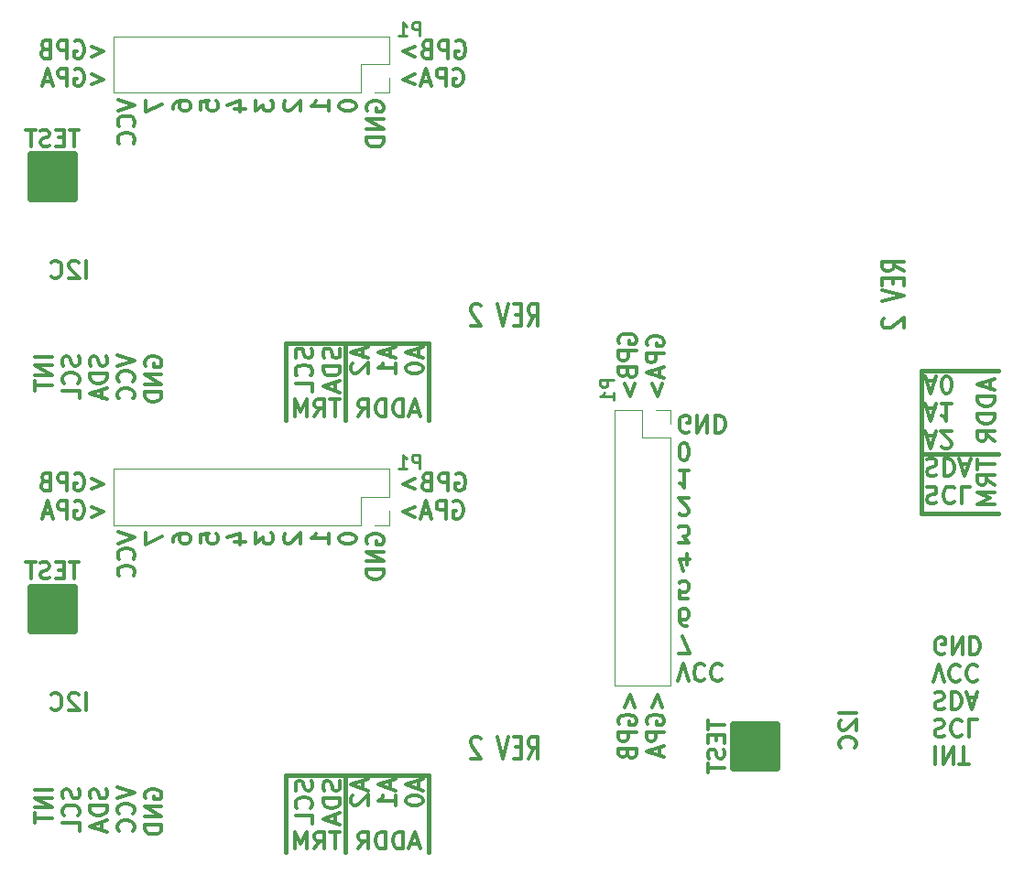
<source format=gbo>
%MOIN*%
%OFA0B0*%
%FSLAX46Y46*%
%IPPOS*%
%LPD*%
%ADD10C,0.015000000000000001*%
%ADD11C,0.012000000000000002*%
%ADD12C,0.01*%
%ADD13C,0.025590551181102365*%
%ADD14C,0.0047244094488188976*%
%ADD25C,0.015000000000000001*%
%ADD26C,0.012000000000000002*%
%ADD27C,0.01*%
%ADD28C,0.025590551181102365*%
%ADD29C,0.0047244094488188976*%
%ADD30C,0.015000000000000001*%
%ADD31C,0.012000000000000002*%
%ADD32C,0.01*%
%ADD33C,0.025590551181102365*%
%ADD34C,0.0047244094488188976*%
G01*
D10*
X0001290000Y0000296062D02*
X0001810000Y0000296062D01*
X0001810000Y0000296062D02*
X0001810000Y0000016062D01*
X0001505000Y0000296062D02*
X0001505000Y0000016062D01*
X0001290000Y0000296062D02*
X0001290000Y0000016062D01*
D11*
X0001773466Y0000045646D02*
X0001743228Y0000045646D01*
X0001779514Y0000027789D02*
X0001758347Y0000090289D01*
X0001737180Y0000027789D01*
X0001716014Y0000027789D02*
X0001716014Y0000090289D01*
X0001700895Y0000090289D01*
X0001691823Y0000087312D01*
X0001685776Y0000081360D01*
X0001682752Y0000075408D01*
X0001679728Y0000063503D01*
X0001679728Y0000054574D01*
X0001682752Y0000042670D01*
X0001685776Y0000036717D01*
X0001691823Y0000030765D01*
X0001700895Y0000027789D01*
X0001716014Y0000027789D01*
X0001652514Y0000027789D02*
X0001652514Y0000090289D01*
X0001637395Y0000090289D01*
X0001628323Y0000087312D01*
X0001622276Y0000081360D01*
X0001619252Y0000075408D01*
X0001616228Y0000063503D01*
X0001616228Y0000054574D01*
X0001619252Y0000042670D01*
X0001622276Y0000036717D01*
X0001628323Y0000030765D01*
X0001637395Y0000027789D01*
X0001652514Y0000027789D01*
X0001552728Y0000027789D02*
X0001573895Y0000057551D01*
X0001589014Y0000027789D02*
X0001589014Y0000090289D01*
X0001564823Y0000090289D01*
X0001558776Y0000087312D01*
X0001555752Y0000084336D01*
X0001552728Y0000078384D01*
X0001552728Y0000069455D01*
X0001555752Y0000063503D01*
X0001558776Y0000060527D01*
X0001564823Y0000057551D01*
X0001589014Y0000057551D01*
X0001486204Y0000090289D02*
X0001449919Y0000090289D01*
X0001468061Y0000027789D02*
X0001468061Y0000090289D01*
X0001392466Y0000027789D02*
X0001413633Y0000057551D01*
X0001428752Y0000027789D02*
X0001428752Y0000090289D01*
X0001404561Y0000090289D01*
X0001398514Y0000087312D01*
X0001395490Y0000084336D01*
X0001392466Y0000078384D01*
X0001392466Y0000069455D01*
X0001395490Y0000063503D01*
X0001398514Y0000060527D01*
X0001404561Y0000057551D01*
X0001428752Y0000057551D01*
X0001365252Y0000027789D02*
X0001365252Y0000090289D01*
X0001344085Y0000045646D01*
X0001322919Y0000090289D01*
X0001322919Y0000027789D01*
X0000677961Y0001182310D02*
X0000740461Y0001161477D01*
X0000677961Y0001140643D01*
X0000734508Y0001084096D02*
X0000737485Y0001087072D01*
X0000740461Y0001096001D01*
X0000740461Y0001101953D01*
X0000737485Y0001110882D01*
X0000731532Y0001116834D01*
X0000725580Y0001119810D01*
X0000713675Y0001122786D01*
X0000704747Y0001122786D01*
X0000692842Y0001119810D01*
X0000686889Y0001116834D01*
X0000680937Y0001110882D01*
X0000677961Y0001101953D01*
X0000677961Y0001096001D01*
X0000680937Y0001087072D01*
X0000683913Y0001084096D01*
X0000734508Y0001021596D02*
X0000737485Y0001024572D01*
X0000740461Y0001033501D01*
X0000740461Y0001039453D01*
X0000737485Y0001048382D01*
X0000731532Y0001054334D01*
X0000725580Y0001057310D01*
X0000713675Y0001060286D01*
X0000704747Y0001060286D01*
X0000692842Y0001057310D01*
X0000686889Y0001054334D01*
X0000680937Y0001048382D01*
X0000677961Y0001039453D01*
X0000677961Y0001033501D01*
X0000680937Y0001024572D01*
X0000683913Y0001021596D01*
X0000778586Y0001179334D02*
X0000778586Y0001137667D01*
X0000841086Y0001164453D01*
X0000879211Y0001146596D02*
X0000879211Y0001158501D01*
X0000882187Y0001164453D01*
X0000885163Y0001167429D01*
X0000894092Y0001173382D01*
X0000905997Y0001176358D01*
X0000929806Y0001176358D01*
X0000935758Y0001173382D01*
X0000938735Y0001170405D01*
X0000941711Y0001164453D01*
X0000941711Y0001152548D01*
X0000938735Y0001146596D01*
X0000935758Y0001143620D01*
X0000929806Y0001140643D01*
X0000914925Y0001140643D01*
X0000908973Y0001143620D01*
X0000905997Y0001146596D01*
X0000903020Y0001152548D01*
X0000903020Y0001164453D01*
X0000905997Y0001170405D01*
X0000908973Y0001173382D01*
X0000914925Y0001176358D01*
X0000979836Y0001143620D02*
X0000979836Y0001173382D01*
X0001009598Y0001176358D01*
X0001006622Y0001173382D01*
X0001003645Y0001167429D01*
X0001003645Y0001152548D01*
X0001006622Y0001146596D01*
X0001009598Y0001143620D01*
X0001015550Y0001140643D01*
X0001030431Y0001140643D01*
X0001036383Y0001143620D01*
X0001039360Y0001146596D01*
X0001042336Y0001152548D01*
X0001042336Y0001167429D01*
X0001039360Y0001173382D01*
X0001036383Y0001176358D01*
X0001101294Y0001146596D02*
X0001142961Y0001146596D01*
X0001077485Y0001161477D02*
X0001122127Y0001176358D01*
X0001122127Y0001137667D01*
X0001181086Y0001179334D02*
X0001181086Y0001140643D01*
X0001204895Y0001161477D01*
X0001204895Y0001152548D01*
X0001207872Y0001146596D01*
X0001210848Y0001143620D01*
X0001216800Y0001140643D01*
X0001231681Y0001140643D01*
X0001237633Y0001143620D01*
X0001240610Y0001146596D01*
X0001243586Y0001152548D01*
X0001243586Y0001170405D01*
X0001240610Y0001176358D01*
X0001237633Y0001179334D01*
X0001287663Y0001176358D02*
X0001284687Y0001173382D01*
X0001281711Y0001167429D01*
X0001281711Y0001152548D01*
X0001284687Y0001146596D01*
X0001287663Y0001143620D01*
X0001293616Y0001140643D01*
X0001299568Y0001140643D01*
X0001308497Y0001143620D01*
X0001344211Y0001179334D01*
X0001344211Y0001140643D01*
X0001444836Y0001140643D02*
X0001444836Y0001176358D01*
X0001444836Y0001158501D02*
X0001382336Y0001158501D01*
X0001391264Y0001164453D01*
X0001397217Y0001170405D01*
X0001400193Y0001176358D01*
X0001482961Y0001161477D02*
X0001482961Y0001155524D01*
X0001485937Y0001149572D01*
X0001488913Y0001146596D01*
X0001494866Y0001143620D01*
X0001506770Y0001140643D01*
X0001521651Y0001140643D01*
X0001533556Y0001143620D01*
X0001539508Y0001146596D01*
X0001542485Y0001149572D01*
X0001545461Y0001155524D01*
X0001545461Y0001161477D01*
X0001542485Y0001167429D01*
X0001539508Y0001170405D01*
X0001533556Y0001173382D01*
X0001521651Y0001176358D01*
X0001506770Y0001176358D01*
X0001494866Y0001173382D01*
X0001488913Y0001170405D01*
X0001485937Y0001167429D01*
X0001482961Y0001161477D01*
X0001586562Y0001140643D02*
X0001583586Y0001146596D01*
X0001583586Y0001155524D01*
X0001586562Y0001164453D01*
X0001592514Y0001170405D01*
X0001598467Y0001173382D01*
X0001610372Y0001176358D01*
X0001619300Y0001176358D01*
X0001631205Y0001173382D01*
X0001637157Y0001170405D01*
X0001643110Y0001164453D01*
X0001646086Y0001155524D01*
X0001646086Y0001149572D01*
X0001643110Y0001140643D01*
X0001640133Y0001137667D01*
X0001619300Y0001137667D01*
X0001619300Y0001149572D01*
X0001646086Y0001110882D02*
X0001583586Y0001110882D01*
X0001646086Y0001075167D01*
X0001583586Y0001075167D01*
X0001646086Y0001045405D02*
X0001583586Y0001045405D01*
X0001583586Y0001030524D01*
X0001586562Y0001021596D01*
X0001592514Y0001015643D01*
X0001598467Y0001012667D01*
X0001610372Y0001009691D01*
X0001619300Y0001009691D01*
X0001631205Y0001012667D01*
X0001637157Y0001015643D01*
X0001643110Y0001021596D01*
X0001646086Y0001030524D01*
X0001646086Y0001045405D01*
X0001909284Y0001393523D02*
X0001914999Y0001396618D01*
X0001923570Y0001396618D01*
X0001932141Y0001393523D01*
X0001937856Y0001387333D01*
X0001940713Y0001381142D01*
X0001943570Y0001368761D01*
X0001943570Y0001359476D01*
X0001940713Y0001347095D01*
X0001937856Y0001340904D01*
X0001932141Y0001334714D01*
X0001923570Y0001331618D01*
X0001917856Y0001331618D01*
X0001909284Y0001334714D01*
X0001906427Y0001337809D01*
X0001906427Y0001359476D01*
X0001917856Y0001359476D01*
X0001880713Y0001331618D02*
X0001880713Y0001396618D01*
X0001857856Y0001396618D01*
X0001852141Y0001393523D01*
X0001849284Y0001390428D01*
X0001846427Y0001384237D01*
X0001846427Y0001374952D01*
X0001849284Y0001368761D01*
X0001852141Y0001365666D01*
X0001857856Y0001362571D01*
X0001880713Y0001362571D01*
X0001800713Y0001365666D02*
X0001792141Y0001362571D01*
X0001789284Y0001359476D01*
X0001786427Y0001353285D01*
X0001786427Y0001343999D01*
X0001789284Y0001337809D01*
X0001792141Y0001334714D01*
X0001797856Y0001331618D01*
X0001820713Y0001331618D01*
X0001820713Y0001396618D01*
X0001800713Y0001396618D01*
X0001794999Y0001393523D01*
X0001792141Y0001390428D01*
X0001789284Y0001384237D01*
X0001789284Y0001378047D01*
X0001792141Y0001371856D01*
X0001794999Y0001368761D01*
X0001800713Y0001365666D01*
X0001820713Y0001365666D01*
X0001760713Y0001374952D02*
X0001714999Y0001356380D01*
X0001760713Y0001337809D01*
X0001384047Y0000276167D02*
X0001387023Y0000267096D01*
X0001387023Y0000251977D01*
X0001384047Y0000245929D01*
X0001381071Y0000242905D01*
X0001375119Y0000239882D01*
X0001369166Y0000239882D01*
X0001363214Y0000242905D01*
X0001360238Y0000245929D01*
X0001357261Y0000251977D01*
X0001354285Y0000264072D01*
X0001351309Y0000270120D01*
X0001348333Y0000273143D01*
X0001342380Y0000276167D01*
X0001336428Y0000276167D01*
X0001330476Y0000273143D01*
X0001327500Y0000270120D01*
X0001324523Y0000264072D01*
X0001324523Y0000248953D01*
X0001327500Y0000239882D01*
X0001381071Y0000176382D02*
X0001384047Y0000179405D01*
X0001387023Y0000188477D01*
X0001387023Y0000194524D01*
X0001384047Y0000203596D01*
X0001378095Y0000209643D01*
X0001372142Y0000212667D01*
X0001360238Y0000215691D01*
X0001351309Y0000215691D01*
X0001339404Y0000212667D01*
X0001333452Y0000209643D01*
X0001327500Y0000203596D01*
X0001324523Y0000194524D01*
X0001324523Y0000188477D01*
X0001327500Y0000179405D01*
X0001330476Y0000176382D01*
X0001387023Y0000118929D02*
X0001387023Y0000149167D01*
X0001324523Y0000149167D01*
X0001484672Y0000276167D02*
X0001487648Y0000267096D01*
X0001487648Y0000251977D01*
X0001484672Y0000245929D01*
X0001481696Y0000242905D01*
X0001475744Y0000239882D01*
X0001469791Y0000239882D01*
X0001463839Y0000242905D01*
X0001460863Y0000245929D01*
X0001457886Y0000251977D01*
X0001454910Y0000264072D01*
X0001451934Y0000270120D01*
X0001448958Y0000273143D01*
X0001443005Y0000276167D01*
X0001437053Y0000276167D01*
X0001431101Y0000273143D01*
X0001428125Y0000270120D01*
X0001425148Y0000264072D01*
X0001425148Y0000248953D01*
X0001428125Y0000239882D01*
X0001487648Y0000212667D02*
X0001425148Y0000212667D01*
X0001425148Y0000197548D01*
X0001428125Y0000188477D01*
X0001434077Y0000182429D01*
X0001440029Y0000179405D01*
X0001451934Y0000176382D01*
X0001460863Y0000176382D01*
X0001472767Y0000179405D01*
X0001478720Y0000182429D01*
X0001484672Y0000188477D01*
X0001487648Y0000197548D01*
X0001487648Y0000212667D01*
X0001469791Y0000152191D02*
X0001469791Y0000121953D01*
X0001487648Y0000158239D02*
X0001425148Y0000137072D01*
X0001487648Y0000115905D01*
X0001570416Y0000276167D02*
X0001570416Y0000245929D01*
X0001588273Y0000282215D02*
X0001525773Y0000261048D01*
X0001588273Y0000239882D01*
X0001531726Y0000221739D02*
X0001528750Y0000218715D01*
X0001525773Y0000212667D01*
X0001525773Y0000197548D01*
X0001528750Y0000191501D01*
X0001531726Y0000188477D01*
X0001537678Y0000185453D01*
X0001543630Y0000185453D01*
X0001552559Y0000188477D01*
X0001588273Y0000224762D01*
X0001588273Y0000185453D01*
X0001671041Y0000276167D02*
X0001671041Y0000245929D01*
X0001688898Y0000282215D02*
X0001626398Y0000261048D01*
X0001688898Y0000239882D01*
X0001688898Y0000185453D02*
X0001688898Y0000221739D01*
X0001688898Y0000203596D02*
X0001626398Y0000203596D01*
X0001635327Y0000209643D01*
X0001641279Y0000215691D01*
X0001644255Y0000221739D01*
X0001771666Y0000276167D02*
X0001771666Y0000245929D01*
X0001789523Y0000282215D02*
X0001727023Y0000261048D01*
X0001789523Y0000239882D01*
X0001727023Y0000206620D02*
X0001727023Y0000200572D01*
X0001730000Y0000194524D01*
X0001732976Y0000191501D01*
X0001738928Y0000188477D01*
X0001750833Y0000185453D01*
X0001765714Y0000185453D01*
X0001777619Y0000188477D01*
X0001783571Y0000191501D01*
X0001786547Y0000194524D01*
X0001789523Y0000200572D01*
X0001789523Y0000206620D01*
X0001786547Y0000212667D01*
X0001783571Y0000215691D01*
X0001777619Y0000218715D01*
X0001765714Y0000221739D01*
X0001750833Y0000221739D01*
X0001738928Y0000218715D01*
X0001732976Y0000215691D01*
X0001730000Y0000212667D01*
X0001727023Y0000206620D01*
X0000438407Y0000243501D02*
X0000376407Y0000243501D01*
X0000438407Y0000213977D02*
X0000376407Y0000213977D01*
X0000438407Y0000178548D01*
X0000376407Y0000178548D01*
X0000376407Y0000157882D02*
X0000376407Y0000122453D01*
X0000438407Y0000140167D02*
X0000376407Y0000140167D01*
X0000535275Y0000246453D02*
X0000538227Y0000237596D01*
X0000538227Y0000222834D01*
X0000535275Y0000216929D01*
X0000532322Y0000213977D01*
X0000526418Y0000211024D01*
X0000520513Y0000211024D01*
X0000514608Y0000213977D01*
X0000511656Y0000216929D01*
X0000508703Y0000222834D01*
X0000505751Y0000234643D01*
X0000502799Y0000240548D01*
X0000499846Y0000243501D01*
X0000493941Y0000246453D01*
X0000488037Y0000246453D01*
X0000482132Y0000243501D01*
X0000479180Y0000240548D01*
X0000476227Y0000234643D01*
X0000476227Y0000219882D01*
X0000479180Y0000211024D01*
X0000532322Y0000149024D02*
X0000535275Y0000151977D01*
X0000538227Y0000160834D01*
X0000538227Y0000166739D01*
X0000535275Y0000175596D01*
X0000529370Y0000181501D01*
X0000523465Y0000184453D01*
X0000511656Y0000187405D01*
X0000502799Y0000187405D01*
X0000490989Y0000184453D01*
X0000485084Y0000181501D01*
X0000479180Y0000175596D01*
X0000476227Y0000166739D01*
X0000476227Y0000160834D01*
X0000479180Y0000151977D01*
X0000482132Y0000149024D01*
X0000538227Y0000092929D02*
X0000538227Y0000122453D01*
X0000476227Y0000122453D01*
X0000635095Y0000246453D02*
X0000638047Y0000237596D01*
X0000638047Y0000222834D01*
X0000635095Y0000216929D01*
X0000632142Y0000213977D01*
X0000626238Y0000211024D01*
X0000620333Y0000211024D01*
X0000614428Y0000213977D01*
X0000611476Y0000216929D01*
X0000608523Y0000222834D01*
X0000605571Y0000234643D01*
X0000602619Y0000240548D01*
X0000599666Y0000243501D01*
X0000593761Y0000246453D01*
X0000587857Y0000246453D01*
X0000581952Y0000243501D01*
X0000579000Y0000240548D01*
X0000576047Y0000234643D01*
X0000576047Y0000219882D01*
X0000579000Y0000211024D01*
X0000638047Y0000184453D02*
X0000576047Y0000184453D01*
X0000576047Y0000169691D01*
X0000579000Y0000160834D01*
X0000584904Y0000154929D01*
X0000590809Y0000151977D01*
X0000602619Y0000149024D01*
X0000611476Y0000149024D01*
X0000623285Y0000151977D01*
X0000629190Y0000154929D01*
X0000635095Y0000160834D01*
X0000638047Y0000169691D01*
X0000638047Y0000184453D01*
X0000620333Y0000125405D02*
X0000620333Y0000095882D01*
X0000638047Y0000131310D02*
X0000576047Y0000110643D01*
X0000638047Y0000089977D01*
X0000675867Y0000252358D02*
X0000737867Y0000231691D01*
X0000675867Y0000211024D01*
X0000731962Y0000154929D02*
X0000734915Y0000157882D01*
X0000737867Y0000166739D01*
X0000737867Y0000172643D01*
X0000734915Y0000181501D01*
X0000729010Y0000187405D01*
X0000723105Y0000190358D01*
X0000711296Y0000193310D01*
X0000702439Y0000193310D01*
X0000690629Y0000190358D01*
X0000684724Y0000187405D01*
X0000678820Y0000181501D01*
X0000675867Y0000172643D01*
X0000675867Y0000166739D01*
X0000678820Y0000157882D01*
X0000681772Y0000154929D01*
X0000731962Y0000092929D02*
X0000734915Y0000095882D01*
X0000737867Y0000104739D01*
X0000737867Y0000110643D01*
X0000734915Y0000119501D01*
X0000729010Y0000125405D01*
X0000723105Y0000128358D01*
X0000711296Y0000131310D01*
X0000702439Y0000131310D01*
X0000690629Y0000128358D01*
X0000684724Y0000125405D01*
X0000678820Y0000119501D01*
X0000675867Y0000110643D01*
X0000675867Y0000104739D01*
X0000678820Y0000095882D01*
X0000681772Y0000092929D01*
X0000778640Y0000211024D02*
X0000775687Y0000216929D01*
X0000775687Y0000225786D01*
X0000778640Y0000234643D01*
X0000784544Y0000240548D01*
X0000790449Y0000243501D01*
X0000802259Y0000246453D01*
X0000811116Y0000246453D01*
X0000822925Y0000243501D01*
X0000828830Y0000240548D01*
X0000834735Y0000234643D01*
X0000837687Y0000225786D01*
X0000837687Y0000219882D01*
X0000834735Y0000211024D01*
X0000831782Y0000208072D01*
X0000811116Y0000208072D01*
X0000811116Y0000219882D01*
X0000837687Y0000181501D02*
X0000775687Y0000181501D01*
X0000837687Y0000146072D01*
X0000775687Y0000146072D01*
X0000837687Y0000116548D02*
X0000775687Y0000116548D01*
X0000775687Y0000101786D01*
X0000778640Y0000092929D01*
X0000784544Y0000087024D01*
X0000790449Y0000084072D01*
X0000802259Y0000081120D01*
X0000811116Y0000081120D01*
X0000822925Y0000084072D01*
X0000828830Y0000087024D01*
X0000834735Y0000092929D01*
X0000837687Y0000101786D01*
X0000837687Y0000116548D01*
X0002172328Y0000357510D02*
X0002192328Y0000395605D01*
X0002206614Y0000357510D02*
X0002206614Y0000437510D01*
X0002183757Y0000437510D01*
X0002178042Y0000433700D01*
X0002175185Y0000429891D01*
X0002172328Y0000422272D01*
X0002172328Y0000410843D01*
X0002175185Y0000403224D01*
X0002178042Y0000399415D01*
X0002183757Y0000395605D01*
X0002206614Y0000395605D01*
X0002146614Y0000399415D02*
X0002126614Y0000399415D01*
X0002118042Y0000357510D02*
X0002146614Y0000357510D01*
X0002146614Y0000437510D01*
X0002118042Y0000437510D01*
X0002100899Y0000437510D02*
X0002080899Y0000357510D01*
X0002060899Y0000437510D01*
X0001998042Y0000429891D02*
X0001995185Y0000433700D01*
X0001989471Y0000437510D01*
X0001975185Y0000437510D01*
X0001969471Y0000433700D01*
X0001966614Y0000429891D01*
X0001963757Y0000422272D01*
X0001963757Y0000414653D01*
X0001966614Y0000403224D01*
X0002000899Y0000357510D01*
X0001963757Y0000357510D01*
X0000581806Y0001273771D02*
X0000627520Y0001255199D01*
X0000581806Y0001236628D01*
X0000521806Y0001292342D02*
X0000527520Y0001295437D01*
X0000536092Y0001295437D01*
X0000544663Y0001292342D01*
X0000550377Y0001286152D01*
X0000553234Y0001279961D01*
X0000556092Y0001267580D01*
X0000556092Y0001258294D01*
X0000553234Y0001245913D01*
X0000550377Y0001239723D01*
X0000544663Y0001233533D01*
X0000536092Y0001230437D01*
X0000530377Y0001230437D01*
X0000521806Y0001233533D01*
X0000518949Y0001236628D01*
X0000518949Y0001258294D01*
X0000530377Y0001258294D01*
X0000493234Y0001230437D02*
X0000493234Y0001295437D01*
X0000470377Y0001295437D01*
X0000464663Y0001292342D01*
X0000461806Y0001289247D01*
X0000458949Y0001283056D01*
X0000458949Y0001273771D01*
X0000461806Y0001267580D01*
X0000464663Y0001264485D01*
X0000470377Y0001261390D01*
X0000493234Y0001261390D01*
X0000436092Y0001249009D02*
X0000407520Y0001249009D01*
X0000441806Y0001230437D02*
X0000421806Y0001295437D01*
X0000401806Y0001230437D01*
X0001900713Y0001292342D02*
X0001906427Y0001295437D01*
X0001914999Y0001295437D01*
X0001923570Y0001292342D01*
X0001929284Y0001286152D01*
X0001932141Y0001279961D01*
X0001934999Y0001267580D01*
X0001934999Y0001258294D01*
X0001932141Y0001245913D01*
X0001929284Y0001239723D01*
X0001923570Y0001233533D01*
X0001914999Y0001230437D01*
X0001909284Y0001230437D01*
X0001900713Y0001233533D01*
X0001897856Y0001236628D01*
X0001897856Y0001258294D01*
X0001909284Y0001258294D01*
X0001872141Y0001230437D02*
X0001872141Y0001295437D01*
X0001849284Y0001295437D01*
X0001843570Y0001292342D01*
X0001840713Y0001289247D01*
X0001837856Y0001283056D01*
X0001837856Y0001273771D01*
X0001840713Y0001267580D01*
X0001843570Y0001264485D01*
X0001849284Y0001261390D01*
X0001872141Y0001261390D01*
X0001814999Y0001249009D02*
X0001786427Y0001249009D01*
X0001820713Y0001230437D02*
X0001800713Y0001295437D01*
X0001780713Y0001230437D01*
X0001760713Y0001273771D02*
X0001714999Y0001255199D01*
X0001760713Y0001236628D01*
X0000562080Y0000532789D02*
X0000562080Y0000595289D01*
X0000534866Y0000589336D02*
X0000531842Y0000592312D01*
X0000525795Y0000595289D01*
X0000510676Y0000595289D01*
X0000504628Y0000592312D01*
X0000501604Y0000589336D01*
X0000498580Y0000583384D01*
X0000498580Y0000577432D01*
X0000501604Y0000568503D01*
X0000537890Y0000532789D01*
X0000498580Y0000532789D01*
X0000435080Y0000538741D02*
X0000438104Y0000535765D01*
X0000447176Y0000532789D01*
X0000453223Y0000532789D01*
X0000462295Y0000535765D01*
X0000468342Y0000541717D01*
X0000471366Y0000547670D01*
X0000474390Y0000559574D01*
X0000474390Y0000568503D01*
X0000471366Y0000580408D01*
X0000468342Y0000586360D01*
X0000462295Y0000592312D01*
X0000453223Y0000595289D01*
X0000447176Y0000595289D01*
X0000438104Y0000592312D01*
X0000435080Y0000589336D01*
X0000581806Y0001374991D02*
X0000627520Y0001356420D01*
X0000581806Y0001337848D01*
X0000521806Y0001393562D02*
X0000527520Y0001396658D01*
X0000536092Y0001396658D01*
X0000544663Y0001393562D01*
X0000550377Y0001387372D01*
X0000553234Y0001381182D01*
X0000556092Y0001368801D01*
X0000556092Y0001359515D01*
X0000553234Y0001347134D01*
X0000550377Y0001340943D01*
X0000544663Y0001334753D01*
X0000536092Y0001331658D01*
X0000530377Y0001331658D01*
X0000521806Y0001334753D01*
X0000518949Y0001337848D01*
X0000518949Y0001359515D01*
X0000530377Y0001359515D01*
X0000493234Y0001331658D02*
X0000493234Y0001396658D01*
X0000470377Y0001396658D01*
X0000464663Y0001393562D01*
X0000461806Y0001390467D01*
X0000458949Y0001384277D01*
X0000458949Y0001374991D01*
X0000461806Y0001368801D01*
X0000464663Y0001365705D01*
X0000470377Y0001362610D01*
X0000493234Y0001362610D01*
X0000413234Y0001365705D02*
X0000404663Y0001362610D01*
X0000401806Y0001359515D01*
X0000398949Y0001353324D01*
X0000398949Y0001344039D01*
X0000401806Y0001337848D01*
X0000404663Y0001334753D01*
X0000410377Y0001331658D01*
X0000433234Y0001331658D01*
X0000433234Y0001396658D01*
X0000413234Y0001396658D01*
X0000407520Y0001393562D01*
X0000404663Y0001390467D01*
X0000401806Y0001384277D01*
X0000401806Y0001378086D01*
X0000404663Y0001371896D01*
X0000407520Y0001368801D01*
X0000413234Y0001365705D01*
X0000433234Y0001365705D01*
X0000535714Y0001071715D02*
X0000501428Y0001071715D01*
X0000518571Y0001011715D02*
X0000518571Y0001071715D01*
X0000481428Y0001043144D02*
X0000461428Y0001043144D01*
X0000452857Y0001011715D02*
X0000481428Y0001011715D01*
X0000481428Y0001071715D01*
X0000452857Y0001071715D01*
X0000430000Y0001014572D02*
X0000421428Y0001011715D01*
X0000407142Y0001011715D01*
X0000401428Y0001014572D01*
X0000398571Y0001017429D01*
X0000395714Y0001023144D01*
X0000395714Y0001028858D01*
X0000398571Y0001034572D01*
X0000401428Y0001037429D01*
X0000407142Y0001040286D01*
X0000418571Y0001043144D01*
X0000424285Y0001046001D01*
X0000427142Y0001048858D01*
X0000430000Y0001054572D01*
X0000430000Y0001060286D01*
X0000427142Y0001066001D01*
X0000424285Y0001068858D01*
X0000418571Y0001071715D01*
X0000404285Y0001071715D01*
X0000395714Y0001068858D01*
X0000378571Y0001071715D02*
X0000344285Y0001071715D01*
X0000361428Y0001011715D02*
X0000361428Y0001071715D01*
D12*
X0001776904Y0001413443D02*
X0001776904Y0001463443D01*
X0001757857Y0001463443D01*
X0001753095Y0001461062D01*
X0001750714Y0001458682D01*
X0001748333Y0001453920D01*
X0001748333Y0001446777D01*
X0001750714Y0001442015D01*
X0001753095Y0001439634D01*
X0001757857Y0001437253D01*
X0001776904Y0001437253D01*
X0001700714Y0001413443D02*
X0001729285Y0001413443D01*
X0001715000Y0001413443D02*
X0001715000Y0001463443D01*
X0001719761Y0001456301D01*
X0001724523Y0001451539D01*
X0001729285Y0001449158D01*
D13*
X0000361259Y0000979803D02*
X0000361259Y0000960118D01*
X0000361259Y0000940433D02*
X0000361259Y0000920748D01*
X0000361259Y0000842007D02*
X0000518740Y0000842007D01*
X0000518740Y0000881377D02*
X0000518740Y0000861692D01*
X0000361259Y0000960118D02*
X0000518740Y0000960118D01*
X0000518740Y0000960118D02*
X0000518740Y0000940433D01*
X0000518740Y0000940433D02*
X0000361259Y0000940433D01*
X0000361259Y0000861692D02*
X0000361259Y0000842007D01*
X0000361259Y0000822322D02*
X0000361259Y0000979803D01*
X0000518740Y0000901062D02*
X0000361259Y0000901062D01*
X0000499055Y0000881377D02*
X0000518740Y0000881377D01*
X0000361259Y0000881377D02*
X0000499055Y0000881377D01*
X0000518740Y0000861692D02*
X0000361259Y0000861692D01*
X0000361259Y0000979803D02*
X0000518740Y0000979803D01*
X0000361259Y0000920748D02*
X0000518740Y0000920748D01*
X0000518740Y0000822322D02*
X0000361259Y0000822322D01*
X0000518740Y0000920748D02*
X0000518740Y0000901062D01*
X0000518740Y0000979803D02*
X0000518740Y0000822322D01*
X0000361259Y0000901062D02*
X0000361259Y0000881377D01*
D14*
X0001614173Y0001207480D02*
X0001666535Y0001207480D01*
X0001564173Y0001207480D02*
X0000661811Y0001207480D01*
X0001564173Y0001207480D02*
X0001564173Y0001309842D01*
X0001564173Y0001309842D02*
X0001666535Y0001309842D01*
X0001666535Y0001207480D02*
X0001666535Y0001259842D01*
X0000661811Y0001207480D02*
X0000661811Y0001412204D01*
X0001666535Y0001309842D02*
X0001666535Y0001412204D01*
X0001666535Y0001412204D02*
X0000661811Y0001412204D01*
G04 next file*
G04 Gerber Fmt 4.6, Leading zero omitted, Abs format (unit mm)*
G04 Created by KiCad (PCBNEW (6.0.1)) date 2022-06-02 17:31:24*
G01*
G04 APERTURE LIST*
G04 APERTURE END LIST*
D25*
X0001290000Y0001870866D02*
X0001810000Y0001870866D01*
X0001810000Y0001870866D02*
X0001810000Y0001590866D01*
X0001505000Y0001870866D02*
X0001505000Y0001590866D01*
X0001290000Y0001870866D02*
X0001290000Y0001590866D01*
D26*
X0001773466Y0001620449D02*
X0001743228Y0001620449D01*
X0001779514Y0001602592D02*
X0001758347Y0001665092D01*
X0001737180Y0001602592D01*
X0001716014Y0001602592D02*
X0001716014Y0001665092D01*
X0001700895Y0001665092D01*
X0001691823Y0001662116D01*
X0001685776Y0001656163D01*
X0001682752Y0001650211D01*
X0001679728Y0001638306D01*
X0001679728Y0001629378D01*
X0001682752Y0001617473D01*
X0001685776Y0001611520D01*
X0001691823Y0001605568D01*
X0001700895Y0001602592D01*
X0001716014Y0001602592D01*
X0001652514Y0001602592D02*
X0001652514Y0001665092D01*
X0001637395Y0001665092D01*
X0001628323Y0001662116D01*
X0001622276Y0001656163D01*
X0001619252Y0001650211D01*
X0001616228Y0001638306D01*
X0001616228Y0001629378D01*
X0001619252Y0001617473D01*
X0001622276Y0001611520D01*
X0001628323Y0001605568D01*
X0001637395Y0001602592D01*
X0001652514Y0001602592D01*
X0001552728Y0001602592D02*
X0001573895Y0001632354D01*
X0001589014Y0001602592D02*
X0001589014Y0001665092D01*
X0001564823Y0001665092D01*
X0001558776Y0001662116D01*
X0001555752Y0001659139D01*
X0001552728Y0001653187D01*
X0001552728Y0001644259D01*
X0001555752Y0001638306D01*
X0001558776Y0001635330D01*
X0001564823Y0001632354D01*
X0001589014Y0001632354D01*
X0001486204Y0001665092D02*
X0001449919Y0001665092D01*
X0001468061Y0001602592D02*
X0001468061Y0001665092D01*
X0001392466Y0001602592D02*
X0001413633Y0001632354D01*
X0001428752Y0001602592D02*
X0001428752Y0001665092D01*
X0001404561Y0001665092D01*
X0001398514Y0001662116D01*
X0001395490Y0001659139D01*
X0001392466Y0001653187D01*
X0001392466Y0001644259D01*
X0001395490Y0001638306D01*
X0001398514Y0001635330D01*
X0001404561Y0001632354D01*
X0001428752Y0001632354D01*
X0001365252Y0001602592D02*
X0001365252Y0001665092D01*
X0001344085Y0001620449D01*
X0001322919Y0001665092D01*
X0001322919Y0001602592D01*
X0000677961Y0002757113D02*
X0000740461Y0002736280D01*
X0000677961Y0002715447D01*
X0000734508Y0002658899D02*
X0000737485Y0002661875D01*
X0000740461Y0002670804D01*
X0000740461Y0002676756D01*
X0000737485Y0002685685D01*
X0000731532Y0002691637D01*
X0000725580Y0002694613D01*
X0000713675Y0002697589D01*
X0000704747Y0002697589D01*
X0000692842Y0002694613D01*
X0000686889Y0002691637D01*
X0000680937Y0002685685D01*
X0000677961Y0002676756D01*
X0000677961Y0002670804D01*
X0000680937Y0002661875D01*
X0000683913Y0002658899D01*
X0000734508Y0002596399D02*
X0000737485Y0002599375D01*
X0000740461Y0002608304D01*
X0000740461Y0002614256D01*
X0000737485Y0002623185D01*
X0000731532Y0002629137D01*
X0000725580Y0002632113D01*
X0000713675Y0002635089D01*
X0000704747Y0002635089D01*
X0000692842Y0002632113D01*
X0000686889Y0002629137D01*
X0000680937Y0002623185D01*
X0000677961Y0002614256D01*
X0000677961Y0002608304D01*
X0000680937Y0002599375D01*
X0000683913Y0002596399D01*
X0000778586Y0002754137D02*
X0000778586Y0002712470D01*
X0000841086Y0002739256D01*
X0000879211Y0002721399D02*
X0000879211Y0002733304D01*
X0000882187Y0002739256D01*
X0000885163Y0002742232D01*
X0000894092Y0002748185D01*
X0000905997Y0002751161D01*
X0000929806Y0002751161D01*
X0000935758Y0002748185D01*
X0000938735Y0002745209D01*
X0000941711Y0002739256D01*
X0000941711Y0002727351D01*
X0000938735Y0002721399D01*
X0000935758Y0002718423D01*
X0000929806Y0002715447D01*
X0000914925Y0002715447D01*
X0000908973Y0002718423D01*
X0000905997Y0002721399D01*
X0000903020Y0002727351D01*
X0000903020Y0002739256D01*
X0000905997Y0002745209D01*
X0000908973Y0002748185D01*
X0000914925Y0002751161D01*
X0000979836Y0002718423D02*
X0000979836Y0002748185D01*
X0001009598Y0002751161D01*
X0001006622Y0002748185D01*
X0001003645Y0002742232D01*
X0001003645Y0002727351D01*
X0001006622Y0002721399D01*
X0001009598Y0002718423D01*
X0001015550Y0002715447D01*
X0001030431Y0002715447D01*
X0001036383Y0002718423D01*
X0001039360Y0002721399D01*
X0001042336Y0002727351D01*
X0001042336Y0002742232D01*
X0001039360Y0002748185D01*
X0001036383Y0002751161D01*
X0001101294Y0002721399D02*
X0001142961Y0002721399D01*
X0001077485Y0002736280D02*
X0001122127Y0002751161D01*
X0001122127Y0002712470D01*
X0001181086Y0002754137D02*
X0001181086Y0002715447D01*
X0001204895Y0002736280D01*
X0001204895Y0002727351D01*
X0001207872Y0002721399D01*
X0001210848Y0002718423D01*
X0001216800Y0002715447D01*
X0001231681Y0002715447D01*
X0001237633Y0002718423D01*
X0001240610Y0002721399D01*
X0001243586Y0002727351D01*
X0001243586Y0002745209D01*
X0001240610Y0002751161D01*
X0001237633Y0002754137D01*
X0001287663Y0002751161D02*
X0001284687Y0002748185D01*
X0001281711Y0002742232D01*
X0001281711Y0002727351D01*
X0001284687Y0002721399D01*
X0001287663Y0002718423D01*
X0001293616Y0002715447D01*
X0001299568Y0002715447D01*
X0001308497Y0002718423D01*
X0001344211Y0002754137D01*
X0001344211Y0002715447D01*
X0001444836Y0002715447D02*
X0001444836Y0002751161D01*
X0001444836Y0002733304D02*
X0001382336Y0002733304D01*
X0001391264Y0002739256D01*
X0001397217Y0002745209D01*
X0001400193Y0002751161D01*
X0001482961Y0002736280D02*
X0001482961Y0002730328D01*
X0001485937Y0002724375D01*
X0001488913Y0002721399D01*
X0001494866Y0002718423D01*
X0001506770Y0002715447D01*
X0001521651Y0002715447D01*
X0001533556Y0002718423D01*
X0001539508Y0002721399D01*
X0001542485Y0002724375D01*
X0001545461Y0002730328D01*
X0001545461Y0002736280D01*
X0001542485Y0002742232D01*
X0001539508Y0002745209D01*
X0001533556Y0002748185D01*
X0001521651Y0002751161D01*
X0001506770Y0002751161D01*
X0001494866Y0002748185D01*
X0001488913Y0002745209D01*
X0001485937Y0002742232D01*
X0001482961Y0002736280D01*
X0001586562Y0002715447D02*
X0001583586Y0002721399D01*
X0001583586Y0002730328D01*
X0001586562Y0002739256D01*
X0001592514Y0002745209D01*
X0001598467Y0002748185D01*
X0001610372Y0002751161D01*
X0001619300Y0002751161D01*
X0001631205Y0002748185D01*
X0001637157Y0002745209D01*
X0001643110Y0002739256D01*
X0001646086Y0002730328D01*
X0001646086Y0002724375D01*
X0001643110Y0002715447D01*
X0001640133Y0002712470D01*
X0001619300Y0002712470D01*
X0001619300Y0002724375D01*
X0001646086Y0002685685D02*
X0001583586Y0002685685D01*
X0001646086Y0002649970D01*
X0001583586Y0002649970D01*
X0001646086Y0002620209D02*
X0001583586Y0002620209D01*
X0001583586Y0002605328D01*
X0001586562Y0002596399D01*
X0001592514Y0002590447D01*
X0001598467Y0002587470D01*
X0001610372Y0002584494D01*
X0001619300Y0002584494D01*
X0001631205Y0002587470D01*
X0001637157Y0002590447D01*
X0001643110Y0002596399D01*
X0001646086Y0002605328D01*
X0001646086Y0002620209D01*
X0001909284Y0002968326D02*
X0001914999Y0002971422D01*
X0001923570Y0002971422D01*
X0001932141Y0002968326D01*
X0001937856Y0002962136D01*
X0001940713Y0002955945D01*
X0001943570Y0002943564D01*
X0001943570Y0002934279D01*
X0001940713Y0002921898D01*
X0001937856Y0002915707D01*
X0001932141Y0002909517D01*
X0001923570Y0002906422D01*
X0001917856Y0002906422D01*
X0001909284Y0002909517D01*
X0001906427Y0002912612D01*
X0001906427Y0002934279D01*
X0001917856Y0002934279D01*
X0001880713Y0002906422D02*
X0001880713Y0002971422D01*
X0001857856Y0002971422D01*
X0001852141Y0002968326D01*
X0001849284Y0002965231D01*
X0001846427Y0002959041D01*
X0001846427Y0002949755D01*
X0001849284Y0002943564D01*
X0001852141Y0002940469D01*
X0001857856Y0002937374D01*
X0001880713Y0002937374D01*
X0001800713Y0002940469D02*
X0001792141Y0002937374D01*
X0001789284Y0002934279D01*
X0001786427Y0002928088D01*
X0001786427Y0002918802D01*
X0001789284Y0002912612D01*
X0001792141Y0002909517D01*
X0001797856Y0002906422D01*
X0001820713Y0002906422D01*
X0001820713Y0002971422D01*
X0001800713Y0002971422D01*
X0001794999Y0002968326D01*
X0001792141Y0002965231D01*
X0001789284Y0002959041D01*
X0001789284Y0002952850D01*
X0001792141Y0002946660D01*
X0001794999Y0002943564D01*
X0001800713Y0002940469D01*
X0001820713Y0002940469D01*
X0001760713Y0002949755D02*
X0001714999Y0002931183D01*
X0001760713Y0002912612D01*
X0001384047Y0001850970D02*
X0001387023Y0001841899D01*
X0001387023Y0001826780D01*
X0001384047Y0001820732D01*
X0001381071Y0001817709D01*
X0001375119Y0001814685D01*
X0001369166Y0001814685D01*
X0001363214Y0001817709D01*
X0001360238Y0001820732D01*
X0001357261Y0001826780D01*
X0001354285Y0001838875D01*
X0001351309Y0001844923D01*
X0001348333Y0001847947D01*
X0001342380Y0001850970D01*
X0001336428Y0001850970D01*
X0001330476Y0001847947D01*
X0001327500Y0001844923D01*
X0001324523Y0001838875D01*
X0001324523Y0001823756D01*
X0001327500Y0001814685D01*
X0001381071Y0001751185D02*
X0001384047Y0001754209D01*
X0001387023Y0001763280D01*
X0001387023Y0001769328D01*
X0001384047Y0001778399D01*
X0001378095Y0001784447D01*
X0001372142Y0001787470D01*
X0001360238Y0001790494D01*
X0001351309Y0001790494D01*
X0001339404Y0001787470D01*
X0001333452Y0001784447D01*
X0001327500Y0001778399D01*
X0001324523Y0001769328D01*
X0001324523Y0001763280D01*
X0001327500Y0001754209D01*
X0001330476Y0001751185D01*
X0001387023Y0001693732D02*
X0001387023Y0001723970D01*
X0001324523Y0001723970D01*
X0001484672Y0001850970D02*
X0001487648Y0001841899D01*
X0001487648Y0001826780D01*
X0001484672Y0001820732D01*
X0001481696Y0001817709D01*
X0001475744Y0001814685D01*
X0001469791Y0001814685D01*
X0001463839Y0001817709D01*
X0001460863Y0001820732D01*
X0001457886Y0001826780D01*
X0001454910Y0001838875D01*
X0001451934Y0001844923D01*
X0001448958Y0001847947D01*
X0001443005Y0001850970D01*
X0001437053Y0001850970D01*
X0001431101Y0001847947D01*
X0001428125Y0001844923D01*
X0001425148Y0001838875D01*
X0001425148Y0001823756D01*
X0001428125Y0001814685D01*
X0001487648Y0001787470D02*
X0001425148Y0001787470D01*
X0001425148Y0001772351D01*
X0001428125Y0001763280D01*
X0001434077Y0001757232D01*
X0001440029Y0001754209D01*
X0001451934Y0001751185D01*
X0001460863Y0001751185D01*
X0001472767Y0001754209D01*
X0001478720Y0001757232D01*
X0001484672Y0001763280D01*
X0001487648Y0001772351D01*
X0001487648Y0001787470D01*
X0001469791Y0001726994D02*
X0001469791Y0001696756D01*
X0001487648Y0001733042D02*
X0001425148Y0001711875D01*
X0001487648Y0001690709D01*
X0001570416Y0001850970D02*
X0001570416Y0001820732D01*
X0001588273Y0001857018D02*
X0001525773Y0001835851D01*
X0001588273Y0001814685D01*
X0001531726Y0001796542D02*
X0001528750Y0001793518D01*
X0001525773Y0001787470D01*
X0001525773Y0001772351D01*
X0001528750Y0001766304D01*
X0001531726Y0001763280D01*
X0001537678Y0001760256D01*
X0001543630Y0001760256D01*
X0001552559Y0001763280D01*
X0001588273Y0001799566D01*
X0001588273Y0001760256D01*
X0001671041Y0001850970D02*
X0001671041Y0001820732D01*
X0001688898Y0001857018D02*
X0001626398Y0001835851D01*
X0001688898Y0001814685D01*
X0001688898Y0001760256D02*
X0001688898Y0001796542D01*
X0001688898Y0001778399D02*
X0001626398Y0001778399D01*
X0001635327Y0001784447D01*
X0001641279Y0001790494D01*
X0001644255Y0001796542D01*
X0001771666Y0001850970D02*
X0001771666Y0001820732D01*
X0001789523Y0001857018D02*
X0001727023Y0001835851D01*
X0001789523Y0001814685D01*
X0001727023Y0001781423D02*
X0001727023Y0001775375D01*
X0001730000Y0001769328D01*
X0001732976Y0001766304D01*
X0001738928Y0001763280D01*
X0001750833Y0001760256D01*
X0001765714Y0001760256D01*
X0001777619Y0001763280D01*
X0001783571Y0001766304D01*
X0001786547Y0001769328D01*
X0001789523Y0001775375D01*
X0001789523Y0001781423D01*
X0001786547Y0001787470D01*
X0001783571Y0001790494D01*
X0001777619Y0001793518D01*
X0001765714Y0001796542D01*
X0001750833Y0001796542D01*
X0001738928Y0001793518D01*
X0001732976Y0001790494D01*
X0001730000Y0001787470D01*
X0001727023Y0001781423D01*
X0000438407Y0001818304D02*
X0000376407Y0001818304D01*
X0000438407Y0001788780D02*
X0000376407Y0001788780D01*
X0000438407Y0001753351D01*
X0000376407Y0001753351D01*
X0000376407Y0001732685D02*
X0000376407Y0001697256D01*
X0000438407Y0001714970D02*
X0000376407Y0001714970D01*
X0000535275Y0001821256D02*
X0000538227Y0001812399D01*
X0000538227Y0001797637D01*
X0000535275Y0001791732D01*
X0000532322Y0001788780D01*
X0000526418Y0001785828D01*
X0000520513Y0001785828D01*
X0000514608Y0001788780D01*
X0000511656Y0001791732D01*
X0000508703Y0001797637D01*
X0000505751Y0001809447D01*
X0000502799Y0001815351D01*
X0000499846Y0001818304D01*
X0000493941Y0001821256D01*
X0000488037Y0001821256D01*
X0000482132Y0001818304D01*
X0000479180Y0001815351D01*
X0000476227Y0001809447D01*
X0000476227Y0001794685D01*
X0000479180Y0001785828D01*
X0000532322Y0001723828D02*
X0000535275Y0001726780D01*
X0000538227Y0001735637D01*
X0000538227Y0001741542D01*
X0000535275Y0001750399D01*
X0000529370Y0001756304D01*
X0000523465Y0001759256D01*
X0000511656Y0001762209D01*
X0000502799Y0001762209D01*
X0000490989Y0001759256D01*
X0000485084Y0001756304D01*
X0000479180Y0001750399D01*
X0000476227Y0001741542D01*
X0000476227Y0001735637D01*
X0000479180Y0001726780D01*
X0000482132Y0001723828D01*
X0000538227Y0001667732D02*
X0000538227Y0001697256D01*
X0000476227Y0001697256D01*
X0000635095Y0001821256D02*
X0000638047Y0001812399D01*
X0000638047Y0001797637D01*
X0000635095Y0001791732D01*
X0000632142Y0001788780D01*
X0000626238Y0001785828D01*
X0000620333Y0001785828D01*
X0000614428Y0001788780D01*
X0000611476Y0001791732D01*
X0000608523Y0001797637D01*
X0000605571Y0001809447D01*
X0000602619Y0001815351D01*
X0000599666Y0001818304D01*
X0000593761Y0001821256D01*
X0000587857Y0001821256D01*
X0000581952Y0001818304D01*
X0000579000Y0001815351D01*
X0000576047Y0001809447D01*
X0000576047Y0001794685D01*
X0000579000Y0001785828D01*
X0000638047Y0001759256D02*
X0000576047Y0001759256D01*
X0000576047Y0001744494D01*
X0000579000Y0001735637D01*
X0000584904Y0001729732D01*
X0000590809Y0001726780D01*
X0000602619Y0001723828D01*
X0000611476Y0001723828D01*
X0000623285Y0001726780D01*
X0000629190Y0001729732D01*
X0000635095Y0001735637D01*
X0000638047Y0001744494D01*
X0000638047Y0001759256D01*
X0000620333Y0001700209D02*
X0000620333Y0001670685D01*
X0000638047Y0001706113D02*
X0000576047Y0001685447D01*
X0000638047Y0001664780D01*
X0000675867Y0001827161D02*
X0000737867Y0001806494D01*
X0000675867Y0001785828D01*
X0000731962Y0001729732D02*
X0000734915Y0001732685D01*
X0000737867Y0001741542D01*
X0000737867Y0001747447D01*
X0000734915Y0001756304D01*
X0000729010Y0001762209D01*
X0000723105Y0001765161D01*
X0000711296Y0001768113D01*
X0000702439Y0001768113D01*
X0000690629Y0001765161D01*
X0000684724Y0001762209D01*
X0000678820Y0001756304D01*
X0000675867Y0001747447D01*
X0000675867Y0001741542D01*
X0000678820Y0001732685D01*
X0000681772Y0001729732D01*
X0000731962Y0001667732D02*
X0000734915Y0001670685D01*
X0000737867Y0001679542D01*
X0000737867Y0001685447D01*
X0000734915Y0001694304D01*
X0000729010Y0001700209D01*
X0000723105Y0001703161D01*
X0000711296Y0001706113D01*
X0000702439Y0001706113D01*
X0000690629Y0001703161D01*
X0000684724Y0001700209D01*
X0000678820Y0001694304D01*
X0000675867Y0001685447D01*
X0000675867Y0001679542D01*
X0000678820Y0001670685D01*
X0000681772Y0001667732D01*
X0000778640Y0001785828D02*
X0000775687Y0001791732D01*
X0000775687Y0001800589D01*
X0000778640Y0001809447D01*
X0000784544Y0001815351D01*
X0000790449Y0001818304D01*
X0000802259Y0001821256D01*
X0000811116Y0001821256D01*
X0000822925Y0001818304D01*
X0000828830Y0001815351D01*
X0000834735Y0001809447D01*
X0000837687Y0001800589D01*
X0000837687Y0001794685D01*
X0000834735Y0001785828D01*
X0000831782Y0001782875D01*
X0000811116Y0001782875D01*
X0000811116Y0001794685D01*
X0000837687Y0001756304D02*
X0000775687Y0001756304D01*
X0000837687Y0001720875D01*
X0000775687Y0001720875D01*
X0000837687Y0001691351D02*
X0000775687Y0001691351D01*
X0000775687Y0001676589D01*
X0000778640Y0001667732D01*
X0000784544Y0001661828D01*
X0000790449Y0001658875D01*
X0000802259Y0001655923D01*
X0000811116Y0001655923D01*
X0000822925Y0001658875D01*
X0000828830Y0001661828D01*
X0000834735Y0001667732D01*
X0000837687Y0001676589D01*
X0000837687Y0001691351D01*
X0002172328Y0001932313D02*
X0002192328Y0001970408D01*
X0002206614Y0001932313D02*
X0002206614Y0002012313D01*
X0002183757Y0002012313D01*
X0002178042Y0002008503D01*
X0002175185Y0002004694D01*
X0002172328Y0001997075D01*
X0002172328Y0001985646D01*
X0002175185Y0001978027D01*
X0002178042Y0001974218D01*
X0002183757Y0001970408D01*
X0002206614Y0001970408D01*
X0002146614Y0001974218D02*
X0002126614Y0001974218D01*
X0002118042Y0001932313D02*
X0002146614Y0001932313D01*
X0002146614Y0002012313D01*
X0002118042Y0002012313D01*
X0002100899Y0002012313D02*
X0002080899Y0001932313D01*
X0002060899Y0002012313D01*
X0001998042Y0002004694D02*
X0001995185Y0002008503D01*
X0001989471Y0002012313D01*
X0001975185Y0002012313D01*
X0001969471Y0002008503D01*
X0001966614Y0002004694D01*
X0001963757Y0001997075D01*
X0001963757Y0001989456D01*
X0001966614Y0001978027D01*
X0002000899Y0001932313D01*
X0001963757Y0001932313D01*
X0000581806Y0002848574D02*
X0000627520Y0002830002D01*
X0000581806Y0002811431D01*
X0000521806Y0002867145D02*
X0000527520Y0002870240D01*
X0000536092Y0002870240D01*
X0000544663Y0002867145D01*
X0000550377Y0002860955D01*
X0000553234Y0002854764D01*
X0000556092Y0002842383D01*
X0000556092Y0002833098D01*
X0000553234Y0002820717D01*
X0000550377Y0002814526D01*
X0000544663Y0002808336D01*
X0000536092Y0002805240D01*
X0000530377Y0002805240D01*
X0000521806Y0002808336D01*
X0000518949Y0002811431D01*
X0000518949Y0002833098D01*
X0000530377Y0002833098D01*
X0000493234Y0002805240D02*
X0000493234Y0002870240D01*
X0000470377Y0002870240D01*
X0000464663Y0002867145D01*
X0000461806Y0002864050D01*
X0000458949Y0002857859D01*
X0000458949Y0002848574D01*
X0000461806Y0002842383D01*
X0000464663Y0002839288D01*
X0000470377Y0002836193D01*
X0000493234Y0002836193D01*
X0000436092Y0002823812D02*
X0000407520Y0002823812D01*
X0000441806Y0002805240D02*
X0000421806Y0002870240D01*
X0000401806Y0002805240D01*
X0001900713Y0002867145D02*
X0001906427Y0002870240D01*
X0001914999Y0002870240D01*
X0001923570Y0002867145D01*
X0001929284Y0002860955D01*
X0001932141Y0002854764D01*
X0001934999Y0002842383D01*
X0001934999Y0002833098D01*
X0001932141Y0002820717D01*
X0001929284Y0002814526D01*
X0001923570Y0002808336D01*
X0001914999Y0002805240D01*
X0001909284Y0002805240D01*
X0001900713Y0002808336D01*
X0001897856Y0002811431D01*
X0001897856Y0002833098D01*
X0001909284Y0002833098D01*
X0001872141Y0002805240D02*
X0001872141Y0002870240D01*
X0001849284Y0002870240D01*
X0001843570Y0002867145D01*
X0001840713Y0002864050D01*
X0001837856Y0002857859D01*
X0001837856Y0002848574D01*
X0001840713Y0002842383D01*
X0001843570Y0002839288D01*
X0001849284Y0002836193D01*
X0001872141Y0002836193D01*
X0001814999Y0002823812D02*
X0001786427Y0002823812D01*
X0001820713Y0002805240D02*
X0001800713Y0002870240D01*
X0001780713Y0002805240D01*
X0001760713Y0002848574D02*
X0001714999Y0002830002D01*
X0001760713Y0002811431D01*
X0000562080Y0002107592D02*
X0000562080Y0002170092D01*
X0000534866Y0002164139D02*
X0000531842Y0002167116D01*
X0000525795Y0002170092D01*
X0000510676Y0002170092D01*
X0000504628Y0002167116D01*
X0000501604Y0002164139D01*
X0000498580Y0002158187D01*
X0000498580Y0002152235D01*
X0000501604Y0002143306D01*
X0000537890Y0002107592D01*
X0000498580Y0002107592D01*
X0000435080Y0002113544D02*
X0000438104Y0002110568D01*
X0000447176Y0002107592D01*
X0000453223Y0002107592D01*
X0000462295Y0002110568D01*
X0000468342Y0002116520D01*
X0000471366Y0002122473D01*
X0000474390Y0002134378D01*
X0000474390Y0002143306D01*
X0000471366Y0002155211D01*
X0000468342Y0002161163D01*
X0000462295Y0002167116D01*
X0000453223Y0002170092D01*
X0000447176Y0002170092D01*
X0000438104Y0002167116D01*
X0000435080Y0002164139D01*
X0000581806Y0002949794D02*
X0000627520Y0002931223D01*
X0000581806Y0002912651D01*
X0000521806Y0002968366D02*
X0000527520Y0002971461D01*
X0000536092Y0002971461D01*
X0000544663Y0002968366D01*
X0000550377Y0002962175D01*
X0000553234Y0002955985D01*
X0000556092Y0002943604D01*
X0000556092Y0002934318D01*
X0000553234Y0002921937D01*
X0000550377Y0002915747D01*
X0000544663Y0002909556D01*
X0000536092Y0002906461D01*
X0000530377Y0002906461D01*
X0000521806Y0002909556D01*
X0000518949Y0002912651D01*
X0000518949Y0002934318D01*
X0000530377Y0002934318D01*
X0000493234Y0002906461D02*
X0000493234Y0002971461D01*
X0000470377Y0002971461D01*
X0000464663Y0002968366D01*
X0000461806Y0002965270D01*
X0000458949Y0002959080D01*
X0000458949Y0002949794D01*
X0000461806Y0002943604D01*
X0000464663Y0002940509D01*
X0000470377Y0002937413D01*
X0000493234Y0002937413D01*
X0000413234Y0002940509D02*
X0000404663Y0002937413D01*
X0000401806Y0002934318D01*
X0000398949Y0002928128D01*
X0000398949Y0002918842D01*
X0000401806Y0002912651D01*
X0000404663Y0002909556D01*
X0000410377Y0002906461D01*
X0000433234Y0002906461D01*
X0000433234Y0002971461D01*
X0000413234Y0002971461D01*
X0000407520Y0002968366D01*
X0000404663Y0002965270D01*
X0000401806Y0002959080D01*
X0000401806Y0002952889D01*
X0000404663Y0002946699D01*
X0000407520Y0002943604D01*
X0000413234Y0002940509D01*
X0000433234Y0002940509D01*
X0000535714Y0002646518D02*
X0000501428Y0002646518D01*
X0000518571Y0002586518D02*
X0000518571Y0002646518D01*
X0000481428Y0002617947D02*
X0000461428Y0002617947D01*
X0000452857Y0002586518D02*
X0000481428Y0002586518D01*
X0000481428Y0002646518D01*
X0000452857Y0002646518D01*
X0000430000Y0002589375D02*
X0000421428Y0002586518D01*
X0000407142Y0002586518D01*
X0000401428Y0002589375D01*
X0000398571Y0002592232D01*
X0000395714Y0002597947D01*
X0000395714Y0002603661D01*
X0000398571Y0002609375D01*
X0000401428Y0002612232D01*
X0000407142Y0002615090D01*
X0000418571Y0002617947D01*
X0000424285Y0002620804D01*
X0000427142Y0002623661D01*
X0000430000Y0002629375D01*
X0000430000Y0002635090D01*
X0000427142Y0002640804D01*
X0000424285Y0002643661D01*
X0000418571Y0002646518D01*
X0000404285Y0002646518D01*
X0000395714Y0002643661D01*
X0000378571Y0002646518D02*
X0000344285Y0002646518D01*
X0000361428Y0002586518D02*
X0000361428Y0002646518D01*
D27*
X0001776904Y0002988247D02*
X0001776904Y0003038247D01*
X0001757857Y0003038247D01*
X0001753095Y0003035866D01*
X0001750714Y0003033485D01*
X0001748333Y0003028723D01*
X0001748333Y0003021580D01*
X0001750714Y0003016818D01*
X0001753095Y0003014437D01*
X0001757857Y0003012056D01*
X0001776904Y0003012056D01*
X0001700714Y0002988247D02*
X0001729285Y0002988247D01*
X0001715000Y0002988247D02*
X0001715000Y0003038247D01*
X0001719761Y0003031104D01*
X0001724523Y0003026342D01*
X0001729285Y0003023961D01*
D28*
X0000361259Y0002554606D02*
X0000361259Y0002534921D01*
X0000361259Y0002515236D02*
X0000361259Y0002495551D01*
X0000361259Y0002416811D02*
X0000518740Y0002416811D01*
X0000518740Y0002456181D02*
X0000518740Y0002436496D01*
X0000361259Y0002534921D02*
X0000518740Y0002534921D01*
X0000518740Y0002534921D02*
X0000518740Y0002515236D01*
X0000518740Y0002515236D02*
X0000361259Y0002515236D01*
X0000361259Y0002436496D02*
X0000361259Y0002416811D01*
X0000361259Y0002397125D02*
X0000361259Y0002554606D01*
X0000518740Y0002475866D02*
X0000361259Y0002475866D01*
X0000499055Y0002456181D02*
X0000518740Y0002456181D01*
X0000361259Y0002456181D02*
X0000499055Y0002456181D01*
X0000518740Y0002436496D02*
X0000361259Y0002436496D01*
X0000361259Y0002554606D02*
X0000518740Y0002554606D01*
X0000361259Y0002495551D02*
X0000518740Y0002495551D01*
X0000518740Y0002397125D02*
X0000361259Y0002397125D01*
X0000518740Y0002495551D02*
X0000518740Y0002475866D01*
X0000518740Y0002554606D02*
X0000518740Y0002397125D01*
X0000361259Y0002475866D02*
X0000361259Y0002456181D01*
D29*
X0001614173Y0002782283D02*
X0001666535Y0002782283D01*
X0001564173Y0002782283D02*
X0000661811Y0002782283D01*
X0001564173Y0002782283D02*
X0001564173Y0002884645D01*
X0001564173Y0002884645D02*
X0001666535Y0002884645D01*
X0001666535Y0002782283D02*
X0001666535Y0002834645D01*
X0000661811Y0002782283D02*
X0000661811Y0002987007D01*
X0001666535Y0002884645D02*
X0001666535Y0002987007D01*
X0001666535Y0002987007D02*
X0000661811Y0002987007D01*
G04 next file*
G04 Gerber Fmt 4.6, Leading zero omitted, Abs format (unit mm)*
G04 Created by KiCad (PCBNEW (6.0.1)) date 2022-06-02 17:31:24*
G01*
G04 APERTURE LIST*
G04 APERTURE END LIST*
D30*
X0003601574Y0001250629D02*
X0003601574Y0001770629D01*
X0003601574Y0001770629D02*
X0003881574Y0001770629D01*
X0003601574Y0001465629D02*
X0003881574Y0001465629D01*
X0003601574Y0001250629D02*
X0003881574Y0001250629D01*
D31*
X0003851991Y0001734096D02*
X0003851991Y0001703858D01*
X0003869848Y0001740144D02*
X0003807348Y0001718977D01*
X0003869848Y0001697810D01*
X0003869848Y0001676644D02*
X0003807348Y0001676644D01*
X0003807348Y0001661525D01*
X0003810324Y0001652453D01*
X0003816277Y0001646406D01*
X0003822229Y0001643382D01*
X0003834134Y0001640358D01*
X0003843062Y0001640358D01*
X0003854967Y0001643382D01*
X0003860920Y0001646406D01*
X0003866872Y0001652453D01*
X0003869848Y0001661525D01*
X0003869848Y0001676644D01*
X0003869848Y0001613144D02*
X0003807348Y0001613144D01*
X0003807348Y0001598025D01*
X0003810324Y0001588953D01*
X0003816277Y0001582906D01*
X0003822229Y0001579882D01*
X0003834134Y0001576858D01*
X0003843062Y0001576858D01*
X0003854967Y0001579882D01*
X0003860920Y0001582906D01*
X0003866872Y0001588953D01*
X0003869848Y0001598025D01*
X0003869848Y0001613144D01*
X0003869848Y0001513358D02*
X0003840086Y0001534525D01*
X0003869848Y0001549644D02*
X0003807348Y0001549644D01*
X0003807348Y0001525453D01*
X0003810324Y0001519406D01*
X0003813300Y0001516382D01*
X0003819253Y0001513358D01*
X0003828181Y0001513358D01*
X0003834134Y0001516382D01*
X0003837110Y0001519406D01*
X0003840086Y0001525453D01*
X0003840086Y0001549644D01*
X0003807348Y0001446834D02*
X0003807348Y0001410548D01*
X0003869848Y0001428691D02*
X0003807348Y0001428691D01*
X0003869848Y0001353096D02*
X0003840086Y0001374263D01*
X0003869848Y0001389382D02*
X0003807348Y0001389382D01*
X0003807348Y0001365191D01*
X0003810324Y0001359144D01*
X0003813300Y0001356120D01*
X0003819253Y0001353096D01*
X0003828181Y0001353096D01*
X0003834134Y0001356120D01*
X0003837110Y0001359144D01*
X0003840086Y0001365191D01*
X0003840086Y0001389382D01*
X0003869848Y0001325882D02*
X0003807348Y0001325882D01*
X0003851991Y0001304715D01*
X0003807348Y0001283548D01*
X0003869848Y0001283548D01*
X0002715327Y0000638591D02*
X0002736160Y0000701091D01*
X0002756993Y0000638591D01*
X0002813541Y0000695138D02*
X0002810565Y0000698115D01*
X0002801636Y0000701091D01*
X0002795684Y0000701091D01*
X0002786755Y0000698115D01*
X0002780803Y0000692162D01*
X0002777827Y0000686210D01*
X0002774850Y0000674305D01*
X0002774850Y0000665376D01*
X0002777827Y0000653472D01*
X0002780803Y0000647519D01*
X0002786755Y0000641567D01*
X0002795684Y0000638591D01*
X0002801636Y0000638591D01*
X0002810565Y0000641567D01*
X0002813541Y0000644543D01*
X0002876041Y0000695138D02*
X0002873065Y0000698115D01*
X0002864136Y0000701091D01*
X0002858184Y0000701091D01*
X0002849255Y0000698115D01*
X0002843303Y0000692162D01*
X0002840327Y0000686210D01*
X0002837350Y0000674305D01*
X0002837350Y0000665376D01*
X0002840327Y0000653472D01*
X0002843303Y0000647519D01*
X0002849255Y0000641567D01*
X0002858184Y0000638591D01*
X0002864136Y0000638591D01*
X0002873065Y0000641567D01*
X0002876041Y0000644543D01*
X0002718303Y0000739216D02*
X0002759970Y0000739216D01*
X0002733184Y0000801716D01*
X0002751041Y0000839841D02*
X0002739136Y0000839841D01*
X0002733184Y0000842817D01*
X0002730208Y0000845793D01*
X0002724255Y0000854722D01*
X0002721279Y0000866626D01*
X0002721279Y0000890436D01*
X0002724255Y0000896388D01*
X0002727231Y0000899365D01*
X0002733184Y0000902341D01*
X0002745089Y0000902341D01*
X0002751041Y0000899365D01*
X0002754017Y0000896388D01*
X0002756993Y0000890436D01*
X0002756993Y0000875555D01*
X0002754017Y0000869603D01*
X0002751041Y0000866626D01*
X0002745089Y0000863650D01*
X0002733184Y0000863650D01*
X0002727231Y0000866626D01*
X0002724255Y0000869603D01*
X0002721279Y0000875555D01*
X0002754017Y0000940466D02*
X0002724255Y0000940466D01*
X0002721279Y0000970228D01*
X0002724255Y0000967251D01*
X0002730208Y0000964275D01*
X0002745089Y0000964275D01*
X0002751041Y0000967251D01*
X0002754017Y0000970228D01*
X0002756993Y0000976180D01*
X0002756993Y0000991061D01*
X0002754017Y0000997013D01*
X0002751041Y0000999990D01*
X0002745089Y0001002966D01*
X0002730208Y0001002966D01*
X0002724255Y0000999990D01*
X0002721279Y0000997013D01*
X0002751041Y0001061924D02*
X0002751041Y0001103591D01*
X0002736160Y0001038115D02*
X0002721279Y0001082757D01*
X0002759970Y0001082757D01*
X0002718303Y0001141716D02*
X0002756993Y0001141716D01*
X0002736160Y0001165525D01*
X0002745089Y0001165525D01*
X0002751041Y0001168501D01*
X0002754017Y0001171478D01*
X0002756993Y0001177430D01*
X0002756993Y0001192311D01*
X0002754017Y0001198263D01*
X0002751041Y0001201240D01*
X0002745089Y0001204216D01*
X0002727231Y0001204216D01*
X0002721279Y0001201240D01*
X0002718303Y0001198263D01*
X0002721279Y0001248293D02*
X0002724255Y0001245317D01*
X0002730208Y0001242341D01*
X0002745089Y0001242341D01*
X0002751041Y0001245317D01*
X0002754017Y0001248293D01*
X0002756993Y0001254245D01*
X0002756993Y0001260198D01*
X0002754017Y0001269126D01*
X0002718303Y0001304841D01*
X0002756993Y0001304841D01*
X0002756993Y0001405466D02*
X0002721279Y0001405466D01*
X0002739136Y0001405466D02*
X0002739136Y0001342966D01*
X0002733184Y0001351894D01*
X0002727231Y0001357847D01*
X0002721279Y0001360823D01*
X0002736160Y0001443591D02*
X0002742112Y0001443591D01*
X0002748065Y0001446567D01*
X0002751041Y0001449543D01*
X0002754017Y0001455495D01*
X0002756993Y0001467400D01*
X0002756993Y0001482281D01*
X0002754017Y0001494186D01*
X0002751041Y0001500138D01*
X0002748065Y0001503115D01*
X0002742112Y0001506091D01*
X0002736160Y0001506091D01*
X0002730208Y0001503115D01*
X0002727231Y0001500138D01*
X0002724255Y0001494186D01*
X0002721279Y0001482281D01*
X0002721279Y0001467400D01*
X0002724255Y0001455495D01*
X0002727231Y0001449543D01*
X0002730208Y0001446567D01*
X0002736160Y0001443591D01*
X0002756993Y0001547192D02*
X0002751041Y0001544216D01*
X0002742112Y0001544216D01*
X0002733184Y0001547192D01*
X0002727231Y0001553144D01*
X0002724255Y0001559097D01*
X0002721279Y0001571001D01*
X0002721279Y0001579930D01*
X0002724255Y0001591835D01*
X0002727231Y0001597787D01*
X0002733184Y0001603740D01*
X0002742112Y0001606716D01*
X0002748065Y0001606716D01*
X0002756993Y0001603740D01*
X0002759970Y0001600763D01*
X0002759970Y0001579930D01*
X0002748065Y0001579930D01*
X0002786755Y0001606716D02*
X0002786755Y0001544216D01*
X0002822470Y0001606716D01*
X0002822470Y0001544216D01*
X0002852231Y0001606716D02*
X0002852231Y0001544216D01*
X0002867112Y0001544216D01*
X0002876041Y0001547192D01*
X0002881993Y0001553144D01*
X0002884970Y0001559097D01*
X0002887946Y0001571001D01*
X0002887946Y0001579930D01*
X0002884970Y0001591835D01*
X0002881993Y0001597787D01*
X0002876041Y0001603740D01*
X0002867112Y0001606716D01*
X0002852231Y0001606716D01*
X0002504114Y0001869914D02*
X0002501018Y0001875629D01*
X0002501018Y0001884200D01*
X0002504114Y0001892771D01*
X0002510304Y0001898486D01*
X0002516495Y0001901343D01*
X0002528876Y0001904200D01*
X0002538161Y0001904200D01*
X0002550542Y0001901343D01*
X0002556733Y0001898486D01*
X0002562923Y0001892771D01*
X0002566018Y0001884200D01*
X0002566018Y0001878486D01*
X0002562923Y0001869914D01*
X0002559828Y0001867057D01*
X0002538161Y0001867057D01*
X0002538161Y0001878486D01*
X0002566018Y0001841343D02*
X0002501018Y0001841343D01*
X0002501018Y0001818486D01*
X0002504114Y0001812771D01*
X0002507209Y0001809914D01*
X0002513399Y0001807057D01*
X0002522685Y0001807057D01*
X0002528876Y0001809914D01*
X0002531971Y0001812771D01*
X0002535066Y0001818486D01*
X0002535066Y0001841343D01*
X0002531971Y0001761343D02*
X0002535066Y0001752771D01*
X0002538161Y0001749914D01*
X0002544352Y0001747057D01*
X0002553637Y0001747057D01*
X0002559828Y0001749914D01*
X0002562923Y0001752771D01*
X0002566018Y0001758486D01*
X0002566018Y0001781343D01*
X0002501018Y0001781343D01*
X0002501018Y0001761343D01*
X0002504114Y0001755629D01*
X0002507209Y0001752771D01*
X0002513399Y0001749914D01*
X0002519590Y0001749914D01*
X0002525780Y0001752771D01*
X0002528876Y0001755629D01*
X0002531971Y0001761343D01*
X0002531971Y0001781343D01*
X0002522685Y0001721343D02*
X0002541257Y0001675629D01*
X0002559828Y0001721343D01*
X0003621470Y0001344677D02*
X0003630541Y0001347653D01*
X0003645660Y0001347653D01*
X0003651708Y0001344677D01*
X0003654731Y0001341701D01*
X0003657755Y0001335748D01*
X0003657755Y0001329796D01*
X0003654731Y0001323844D01*
X0003651708Y0001320867D01*
X0003645660Y0001317891D01*
X0003633565Y0001314915D01*
X0003627517Y0001311939D01*
X0003624493Y0001308963D01*
X0003621470Y0001303010D01*
X0003621470Y0001297058D01*
X0003624493Y0001291106D01*
X0003627517Y0001288129D01*
X0003633565Y0001285153D01*
X0003648684Y0001285153D01*
X0003657755Y0001288129D01*
X0003721255Y0001341701D02*
X0003718231Y0001344677D01*
X0003709160Y0001347653D01*
X0003703112Y0001347653D01*
X0003694041Y0001344677D01*
X0003687993Y0001338725D01*
X0003684970Y0001332772D01*
X0003681946Y0001320867D01*
X0003681946Y0001311939D01*
X0003684970Y0001300034D01*
X0003687993Y0001294082D01*
X0003694041Y0001288129D01*
X0003703112Y0001285153D01*
X0003709160Y0001285153D01*
X0003718231Y0001288129D01*
X0003721255Y0001291106D01*
X0003778708Y0001347653D02*
X0003748470Y0001347653D01*
X0003748470Y0001285153D01*
X0003621470Y0001445302D02*
X0003630541Y0001448278D01*
X0003645660Y0001448278D01*
X0003651708Y0001445302D01*
X0003654731Y0001442326D01*
X0003657755Y0001436373D01*
X0003657755Y0001430421D01*
X0003654731Y0001424469D01*
X0003651708Y0001421492D01*
X0003645660Y0001418516D01*
X0003633565Y0001415540D01*
X0003627517Y0001412564D01*
X0003624493Y0001409588D01*
X0003621470Y0001403635D01*
X0003621470Y0001397683D01*
X0003624493Y0001391731D01*
X0003627517Y0001388754D01*
X0003633565Y0001385778D01*
X0003648684Y0001385778D01*
X0003657755Y0001388754D01*
X0003684970Y0001448278D02*
X0003684970Y0001385778D01*
X0003700089Y0001385778D01*
X0003709160Y0001388754D01*
X0003715208Y0001394707D01*
X0003718231Y0001400659D01*
X0003721255Y0001412564D01*
X0003721255Y0001421492D01*
X0003718231Y0001433397D01*
X0003715208Y0001439350D01*
X0003709160Y0001445302D01*
X0003700089Y0001448278D01*
X0003684970Y0001448278D01*
X0003745446Y0001430421D02*
X0003775684Y0001430421D01*
X0003739398Y0001448278D02*
X0003760565Y0001385778D01*
X0003781731Y0001448278D01*
X0003621470Y0001531046D02*
X0003651708Y0001531046D01*
X0003615422Y0001548903D02*
X0003636589Y0001486403D01*
X0003657755Y0001548903D01*
X0003675898Y0001492356D02*
X0003678922Y0001489379D01*
X0003684970Y0001486403D01*
X0003700089Y0001486403D01*
X0003706136Y0001489379D01*
X0003709160Y0001492356D01*
X0003712184Y0001498308D01*
X0003712184Y0001504260D01*
X0003709160Y0001513189D01*
X0003672874Y0001548903D01*
X0003712184Y0001548903D01*
X0003621470Y0001631671D02*
X0003651708Y0001631671D01*
X0003615422Y0001649528D02*
X0003636589Y0001587028D01*
X0003657755Y0001649528D01*
X0003712184Y0001649528D02*
X0003675898Y0001649528D01*
X0003694041Y0001649528D02*
X0003694041Y0001587028D01*
X0003687993Y0001595957D01*
X0003681946Y0001601909D01*
X0003675898Y0001604885D01*
X0003621470Y0001732296D02*
X0003651708Y0001732296D01*
X0003615422Y0001750153D02*
X0003636589Y0001687653D01*
X0003657755Y0001750153D01*
X0003691017Y0001687653D02*
X0003697065Y0001687653D01*
X0003703112Y0001690629D01*
X0003706136Y0001693606D01*
X0003709160Y0001699558D01*
X0003712184Y0001711463D01*
X0003712184Y0001726344D01*
X0003709160Y0001738248D01*
X0003706136Y0001744201D01*
X0003703112Y0001747177D01*
X0003697065Y0001750153D01*
X0003691017Y0001750153D01*
X0003684970Y0001747177D01*
X0003681946Y0001744201D01*
X0003678922Y0001738248D01*
X0003675898Y0001726344D01*
X0003675898Y0001711463D01*
X0003678922Y0001699558D01*
X0003681946Y0001693606D01*
X0003684970Y0001690629D01*
X0003691017Y0001687653D01*
X0003654136Y0000399037D02*
X0003654136Y0000337037D01*
X0003683660Y0000399037D02*
X0003683660Y0000337037D01*
X0003719089Y0000399037D01*
X0003719089Y0000337037D01*
X0003739755Y0000337037D02*
X0003775184Y0000337037D01*
X0003757470Y0000399037D02*
X0003757470Y0000337037D01*
X0003651184Y0000495905D02*
X0003660041Y0000498857D01*
X0003674803Y0000498857D01*
X0003680708Y0000495905D01*
X0003683660Y0000492952D01*
X0003686612Y0000487047D01*
X0003686612Y0000481143D01*
X0003683660Y0000475238D01*
X0003680708Y0000472286D01*
X0003674803Y0000469333D01*
X0003662993Y0000466381D01*
X0003657089Y0000463428D01*
X0003654136Y0000460476D01*
X0003651184Y0000454571D01*
X0003651184Y0000448667D01*
X0003654136Y0000442762D01*
X0003657089Y0000439809D01*
X0003662993Y0000436857D01*
X0003677755Y0000436857D01*
X0003686612Y0000439809D01*
X0003748612Y0000492952D02*
X0003745660Y0000495905D01*
X0003736803Y0000498857D01*
X0003730898Y0000498857D01*
X0003722041Y0000495905D01*
X0003716136Y0000490000D01*
X0003713184Y0000484095D01*
X0003710231Y0000472286D01*
X0003710231Y0000463428D01*
X0003713184Y0000451619D01*
X0003716136Y0000445714D01*
X0003722041Y0000439809D01*
X0003730898Y0000436857D01*
X0003736803Y0000436857D01*
X0003745660Y0000439809D01*
X0003748612Y0000442762D01*
X0003804708Y0000498857D02*
X0003775184Y0000498857D01*
X0003775184Y0000436857D01*
X0003651184Y0000595725D02*
X0003660041Y0000598677D01*
X0003674803Y0000598677D01*
X0003680708Y0000595725D01*
X0003683660Y0000592772D01*
X0003686612Y0000586867D01*
X0003686612Y0000580963D01*
X0003683660Y0000575058D01*
X0003680708Y0000572106D01*
X0003674803Y0000569153D01*
X0003662993Y0000566201D01*
X0003657089Y0000563248D01*
X0003654136Y0000560296D01*
X0003651184Y0000554391D01*
X0003651184Y0000548487D01*
X0003654136Y0000542582D01*
X0003657089Y0000539629D01*
X0003662993Y0000536677D01*
X0003677755Y0000536677D01*
X0003686612Y0000539629D01*
X0003713184Y0000598677D02*
X0003713184Y0000536677D01*
X0003727946Y0000536677D01*
X0003736803Y0000539629D01*
X0003742708Y0000545534D01*
X0003745660Y0000551439D01*
X0003748612Y0000563248D01*
X0003748612Y0000572106D01*
X0003745660Y0000583915D01*
X0003742708Y0000589820D01*
X0003736803Y0000595725D01*
X0003727946Y0000598677D01*
X0003713184Y0000598677D01*
X0003772231Y0000580963D02*
X0003801755Y0000580963D01*
X0003766327Y0000598677D02*
X0003786993Y0000536677D01*
X0003807660Y0000598677D01*
X0003645279Y0000636497D02*
X0003665946Y0000698497D01*
X0003686612Y0000636497D01*
X0003742708Y0000692592D02*
X0003739755Y0000695545D01*
X0003730898Y0000698497D01*
X0003724993Y0000698497D01*
X0003716136Y0000695545D01*
X0003710231Y0000689640D01*
X0003707279Y0000683735D01*
X0003704327Y0000671926D01*
X0003704327Y0000663068D01*
X0003707279Y0000651259D01*
X0003710231Y0000645354D01*
X0003716136Y0000639449D01*
X0003724993Y0000636497D01*
X0003730898Y0000636497D01*
X0003739755Y0000639449D01*
X0003742708Y0000642402D01*
X0003804708Y0000692592D02*
X0003801755Y0000695545D01*
X0003792898Y0000698497D01*
X0003786993Y0000698497D01*
X0003778136Y0000695545D01*
X0003772231Y0000689640D01*
X0003769279Y0000683735D01*
X0003766327Y0000671926D01*
X0003766327Y0000663068D01*
X0003769279Y0000651259D01*
X0003772231Y0000645354D01*
X0003778136Y0000639449D01*
X0003786993Y0000636497D01*
X0003792898Y0000636497D01*
X0003801755Y0000639449D01*
X0003804708Y0000642402D01*
X0003686612Y0000739269D02*
X0003680708Y0000736317D01*
X0003671850Y0000736317D01*
X0003662993Y0000739269D01*
X0003657089Y0000745174D01*
X0003654136Y0000751079D01*
X0003651184Y0000762888D01*
X0003651184Y0000771746D01*
X0003654136Y0000783555D01*
X0003657089Y0000789460D01*
X0003662993Y0000795365D01*
X0003671850Y0000798317D01*
X0003677755Y0000798317D01*
X0003686612Y0000795365D01*
X0003689565Y0000792412D01*
X0003689565Y0000771746D01*
X0003677755Y0000771746D01*
X0003716136Y0000798317D02*
X0003716136Y0000736317D01*
X0003751565Y0000798317D01*
X0003751565Y0000736317D01*
X0003781089Y0000798317D02*
X0003781089Y0000736317D01*
X0003795850Y0000736317D01*
X0003804708Y0000739269D01*
X0003810612Y0000745174D01*
X0003813565Y0000751079D01*
X0003816517Y0000762888D01*
X0003816517Y0000771746D01*
X0003813565Y0000783555D01*
X0003810612Y0000789460D01*
X0003804708Y0000795365D01*
X0003795850Y0000798317D01*
X0003781089Y0000798317D01*
X0003540127Y0002132958D02*
X0003502032Y0002152958D01*
X0003540127Y0002167244D02*
X0003460127Y0002167244D01*
X0003460127Y0002144386D01*
X0003463937Y0002138672D01*
X0003467746Y0002135815D01*
X0003475365Y0002132958D01*
X0003486794Y0002132958D01*
X0003494413Y0002135815D01*
X0003498222Y0002138672D01*
X0003502032Y0002144386D01*
X0003502032Y0002167244D01*
X0003498222Y0002107244D02*
X0003498222Y0002087244D01*
X0003540127Y0002078672D02*
X0003540127Y0002107244D01*
X0003460127Y0002107244D01*
X0003460127Y0002078672D01*
X0003460127Y0002061529D02*
X0003540127Y0002041529D01*
X0003460127Y0002021529D01*
X0003467746Y0001958672D02*
X0003463937Y0001955815D01*
X0003460127Y0001950101D01*
X0003460127Y0001935815D01*
X0003463937Y0001930101D01*
X0003467746Y0001927244D01*
X0003475365Y0001924386D01*
X0003482984Y0001924386D01*
X0003494413Y0001927244D01*
X0003540127Y0001961529D01*
X0003540127Y0001924386D01*
X0002623866Y0000542436D02*
X0002642438Y0000588150D01*
X0002661009Y0000542436D01*
X0002605295Y0000482436D02*
X0002602199Y0000488150D01*
X0002602199Y0000496721D01*
X0002605295Y0000505293D01*
X0002611485Y0000511007D01*
X0002617676Y0000513864D01*
X0002630057Y0000516721D01*
X0002639342Y0000516721D01*
X0002651723Y0000513864D01*
X0002657914Y0000511007D01*
X0002664104Y0000505293D01*
X0002667200Y0000496721D01*
X0002667200Y0000491007D01*
X0002664104Y0000482436D01*
X0002661009Y0000479579D01*
X0002639342Y0000479579D01*
X0002639342Y0000491007D01*
X0002667200Y0000453864D02*
X0002602199Y0000453864D01*
X0002602199Y0000431007D01*
X0002605295Y0000425293D01*
X0002608390Y0000422436D01*
X0002614580Y0000419579D01*
X0002623866Y0000419579D01*
X0002630057Y0000422436D01*
X0002633152Y0000425293D01*
X0002636247Y0000431007D01*
X0002636247Y0000453864D01*
X0002648628Y0000396721D02*
X0002648628Y0000368150D01*
X0002667200Y0000402436D02*
X0002602199Y0000382436D01*
X0002667200Y0000362436D01*
X0002605295Y0001861343D02*
X0002602200Y0001867057D01*
X0002602200Y0001875629D01*
X0002605295Y0001884200D01*
X0002611485Y0001889914D01*
X0002617676Y0001892771D01*
X0002630057Y0001895629D01*
X0002639342Y0001895629D01*
X0002651723Y0001892771D01*
X0002657914Y0001889914D01*
X0002664104Y0001884200D01*
X0002667200Y0001875629D01*
X0002667200Y0001869914D01*
X0002664104Y0001861343D01*
X0002661009Y0001858486D01*
X0002639342Y0001858486D01*
X0002639342Y0001869914D01*
X0002667200Y0001832771D02*
X0002602200Y0001832771D01*
X0002602200Y0001809914D01*
X0002605295Y0001804200D01*
X0002608390Y0001801343D01*
X0002614580Y0001798486D01*
X0002623866Y0001798486D01*
X0002630057Y0001801343D01*
X0002633152Y0001804200D01*
X0002636247Y0001809914D01*
X0002636247Y0001832771D01*
X0002648628Y0001775629D02*
X0002648628Y0001747057D01*
X0002667200Y0001781343D02*
X0002602200Y0001761343D01*
X0002667200Y0001741343D01*
X0002623866Y0001721343D02*
X0002642438Y0001675629D01*
X0002661009Y0001721343D01*
X0003364848Y0000522710D02*
X0003302348Y0000522710D01*
X0003308300Y0000495496D02*
X0003305324Y0000492472D01*
X0003302348Y0000486425D01*
X0003302348Y0000471306D01*
X0003305324Y0000465258D01*
X0003308300Y0000462234D01*
X0003314253Y0000459210D01*
X0003320205Y0000459210D01*
X0003329134Y0000462234D01*
X0003364848Y0000498520D01*
X0003364848Y0000459210D01*
X0003358896Y0000395710D02*
X0003361872Y0000398734D01*
X0003364848Y0000407806D01*
X0003364848Y0000413853D01*
X0003361872Y0000422925D01*
X0003355920Y0000428972D01*
X0003349967Y0000431996D01*
X0003338062Y0000435020D01*
X0003329134Y0000435020D01*
X0003317229Y0000431996D01*
X0003311277Y0000428972D01*
X0003305324Y0000422925D01*
X0003302348Y0000413853D01*
X0003302348Y0000407806D01*
X0003305324Y0000398734D01*
X0003308300Y0000395710D01*
X0002522646Y0000542436D02*
X0002541217Y0000588150D01*
X0002559789Y0000542436D01*
X0002504074Y0000482436D02*
X0002500979Y0000488150D01*
X0002500979Y0000496721D01*
X0002504074Y0000505293D01*
X0002510265Y0000511007D01*
X0002516455Y0000513864D01*
X0002528836Y0000516721D01*
X0002538122Y0000516721D01*
X0002550503Y0000513864D01*
X0002556693Y0000511007D01*
X0002562884Y0000505293D01*
X0002565979Y0000496721D01*
X0002565979Y0000491007D01*
X0002562884Y0000482436D01*
X0002559789Y0000479579D01*
X0002538122Y0000479579D01*
X0002538122Y0000491007D01*
X0002565979Y0000453864D02*
X0002500979Y0000453864D01*
X0002500979Y0000431007D01*
X0002504074Y0000425293D01*
X0002507170Y0000422436D01*
X0002513360Y0000419579D01*
X0002522646Y0000419579D01*
X0002528836Y0000422436D01*
X0002531931Y0000425293D01*
X0002535027Y0000431007D01*
X0002535027Y0000453864D01*
X0002531931Y0000373864D02*
X0002535027Y0000365293D01*
X0002538122Y0000362436D01*
X0002544312Y0000359579D01*
X0002553598Y0000359579D01*
X0002559789Y0000362436D01*
X0002562884Y0000365293D01*
X0002565979Y0000371007D01*
X0002565979Y0000393864D01*
X0002500979Y0000393864D01*
X0002500979Y0000373864D01*
X0002504074Y0000368150D01*
X0002507170Y0000365293D01*
X0002513360Y0000362436D01*
X0002519550Y0000362436D01*
X0002525741Y0000365293D01*
X0002528836Y0000368150D01*
X0002531931Y0000373864D01*
X0002531931Y0000393864D01*
X0002825922Y0000496344D02*
X0002825922Y0000462058D01*
X0002885922Y0000479201D02*
X0002825922Y0000479201D01*
X0002854493Y0000442058D02*
X0002854493Y0000422058D01*
X0002885922Y0000413487D02*
X0002885922Y0000442058D01*
X0002825922Y0000442058D01*
X0002825922Y0000413487D01*
X0002883065Y0000390629D02*
X0002885922Y0000382058D01*
X0002885922Y0000367772D01*
X0002883065Y0000362058D01*
X0002880208Y0000359201D01*
X0002874493Y0000356344D01*
X0002868779Y0000356344D01*
X0002863065Y0000359201D01*
X0002860208Y0000362058D01*
X0002857350Y0000367772D01*
X0002854493Y0000379201D01*
X0002851636Y0000384915D01*
X0002848779Y0000387772D01*
X0002843065Y0000390629D01*
X0002837350Y0000390629D01*
X0002831636Y0000387772D01*
X0002828779Y0000384915D01*
X0002825922Y0000379201D01*
X0002825922Y0000364915D01*
X0002828779Y0000356344D01*
X0002825922Y0000339201D02*
X0002825922Y0000304915D01*
X0002885922Y0000322058D02*
X0002825922Y0000322058D01*
D32*
X0002484193Y0001737534D02*
X0002434193Y0001737534D01*
X0002434193Y0001718487D01*
X0002436574Y0001713725D01*
X0002438955Y0001711344D01*
X0002443717Y0001708963D01*
X0002450860Y0001708963D01*
X0002455622Y0001711344D01*
X0002458003Y0001713725D01*
X0002460384Y0001718487D01*
X0002460384Y0001737534D01*
X0002484193Y0001661344D02*
X0002484193Y0001689915D01*
X0002484193Y0001675629D02*
X0002434193Y0001675629D01*
X0002441336Y0001680391D01*
X0002446098Y0001685153D01*
X0002448479Y0001689915D01*
D33*
X0002917834Y0000321889D02*
X0002937519Y0000321889D01*
X0002957204Y0000321889D02*
X0002976889Y0000321889D01*
X0003055629Y0000321889D02*
X0003055629Y0000479370D01*
X0003016259Y0000479370D02*
X0003035944Y0000479370D01*
X0002937519Y0000321889D02*
X0002937519Y0000479370D01*
X0002937519Y0000479370D02*
X0002957204Y0000479370D01*
X0002957204Y0000479370D02*
X0002957204Y0000321889D01*
X0003035944Y0000321889D02*
X0003055629Y0000321889D01*
X0003075314Y0000321889D02*
X0002917834Y0000321889D01*
X0002996574Y0000479370D02*
X0002996574Y0000321889D01*
X0003016259Y0000459685D02*
X0003016259Y0000479370D01*
X0003016259Y0000321889D02*
X0003016259Y0000459685D01*
X0003035944Y0000479370D02*
X0003035944Y0000321889D01*
X0002917834Y0000321889D02*
X0002917834Y0000479370D01*
X0002976889Y0000321889D02*
X0002976889Y0000479370D01*
X0003075314Y0000479370D02*
X0003075314Y0000321889D01*
X0002976889Y0000479370D02*
X0002996574Y0000479370D01*
X0002917834Y0000479370D02*
X0003075314Y0000479370D01*
X0002996574Y0000321889D02*
X0003016259Y0000321889D01*
D34*
X0002690157Y0001574803D02*
X0002690157Y0001627165D01*
X0002690157Y0001524803D02*
X0002690157Y0000622440D01*
X0002690157Y0001524803D02*
X0002587795Y0001524803D01*
X0002587795Y0001524803D02*
X0002587795Y0001627165D01*
X0002690157Y0001627165D02*
X0002637795Y0001627165D01*
X0002690157Y0000622440D02*
X0002485433Y0000622440D01*
X0002587795Y0001627165D02*
X0002485433Y0001627165D01*
X0002485433Y0001627165D02*
X0002485433Y0000622440D01*
M02*
</source>
